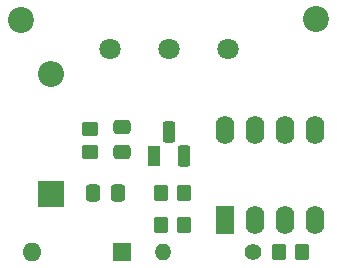
<source format=gbr>
%TF.GenerationSoftware,KiCad,Pcbnew,8.0.7*%
%TF.CreationDate,2025-02-24T23:57:51-05:00*%
%TF.ProjectId,pcb3,70636233-2e6b-4696-9361-645f70636258,rev?*%
%TF.SameCoordinates,Original*%
%TF.FileFunction,Soldermask,Top*%
%TF.FilePolarity,Negative*%
%FSLAX46Y46*%
G04 Gerber Fmt 4.6, Leading zero omitted, Abs format (unit mm)*
G04 Created by KiCad (PCBNEW 8.0.7) date 2025-02-24 23:57:51*
%MOMM*%
%LPD*%
G01*
G04 APERTURE LIST*
G04 Aperture macros list*
%AMRoundRect*
0 Rectangle with rounded corners*
0 $1 Rounding radius*
0 $2 $3 $4 $5 $6 $7 $8 $9 X,Y pos of 4 corners*
0 Add a 4 corners polygon primitive as box body*
4,1,4,$2,$3,$4,$5,$6,$7,$8,$9,$2,$3,0*
0 Add four circle primitives for the rounded corners*
1,1,$1+$1,$2,$3*
1,1,$1+$1,$4,$5*
1,1,$1+$1,$6,$7*
1,1,$1+$1,$8,$9*
0 Add four rect primitives between the rounded corners*
20,1,$1+$1,$2,$3,$4,$5,0*
20,1,$1+$1,$4,$5,$6,$7,0*
20,1,$1+$1,$6,$7,$8,$9,0*
20,1,$1+$1,$8,$9,$2,$3,0*%
G04 Aperture macros list end*
%ADD10C,2.200000*%
%ADD11C,1.400000*%
%ADD12O,1.400000X1.400000*%
%ADD13R,1.600000X1.600000*%
%ADD14O,1.600000X1.600000*%
%ADD15R,2.200000X2.200000*%
%ADD16O,2.200000X2.200000*%
%ADD17R,1.100000X1.800000*%
%ADD18RoundRect,0.275000X-0.275000X-0.625000X0.275000X-0.625000X0.275000X0.625000X-0.275000X0.625000X0*%
%ADD19R,1.600000X2.400000*%
%ADD20O,1.600000X2.400000*%
%ADD21RoundRect,0.250000X-0.350000X-0.450000X0.350000X-0.450000X0.350000X0.450000X-0.350000X0.450000X0*%
%ADD22RoundRect,0.250000X-0.337500X-0.475000X0.337500X-0.475000X0.337500X0.475000X-0.337500X0.475000X0*%
%ADD23RoundRect,0.250000X0.350000X0.450000X-0.350000X0.450000X-0.350000X-0.450000X0.350000X-0.450000X0*%
%ADD24RoundRect,0.250000X0.450000X-0.350000X0.450000X0.350000X-0.450000X0.350000X-0.450000X-0.350000X0*%
%ADD25RoundRect,0.250000X0.475000X-0.337500X0.475000X0.337500X-0.475000X0.337500X-0.475000X-0.337500X0*%
%ADD26C,1.803400*%
G04 APERTURE END LIST*
D10*
%TO.C,REF\u002A\u002A*%
X127500000Y-82550000D03*
%TD*%
D11*
%TO.C,R4*%
X147130000Y-102180000D03*
D12*
X139510000Y-102180000D03*
%TD*%
D13*
%TO.C,D1*%
X136010000Y-102200000D03*
D14*
X128390000Y-102200000D03*
%TD*%
D15*
%TO.C,D2*%
X130070000Y-97260000D03*
D16*
X130070000Y-87100000D03*
%TD*%
D17*
%TO.C,U1*%
X138800000Y-94100000D03*
D18*
X140070000Y-92030000D03*
X141340000Y-94100000D03*
%TD*%
D19*
%TO.C,U2*%
X144770000Y-99505000D03*
D20*
X147310000Y-99505000D03*
X149850000Y-99505000D03*
X152390000Y-99505000D03*
X152390000Y-91885000D03*
X149850000Y-91885000D03*
X147310000Y-91885000D03*
X144770000Y-91885000D03*
%TD*%
D21*
%TO.C,R5*%
X139320000Y-99930000D03*
X141320000Y-99930000D03*
%TD*%
D22*
%TO.C,C2*%
X133632500Y-97180000D03*
X135707500Y-97180000D03*
%TD*%
D10*
%TO.C,REF\u002A\u002A*%
X152500000Y-82500000D03*
%TD*%
D23*
%TO.C,R1*%
X141320000Y-97180000D03*
X139320000Y-97180000D03*
%TD*%
%TO.C,R3*%
X151320000Y-102180000D03*
X149320000Y-102180000D03*
%TD*%
D24*
%TO.C,R2*%
X133370000Y-93730000D03*
X133370000Y-91730000D03*
%TD*%
D25*
%TO.C,C1*%
X136070000Y-93717500D03*
X136070000Y-91642500D03*
%TD*%
D26*
%TO.C,J1*%
X145000000Y-85000000D03*
X140000000Y-85000000D03*
X135000000Y-85000000D03*
%TD*%
M02*

</source>
